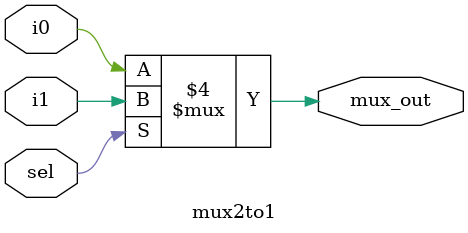
<source format=v>
module mux2to1(
	input i0, i1, sel,
	output reg mux_out
	);
	
always @(i0, i1, sel)
     begin
	if (sel==1'b0)
		mux_out = i0;
	else
		mux_out = i1;
     end 
endmodule

</source>
